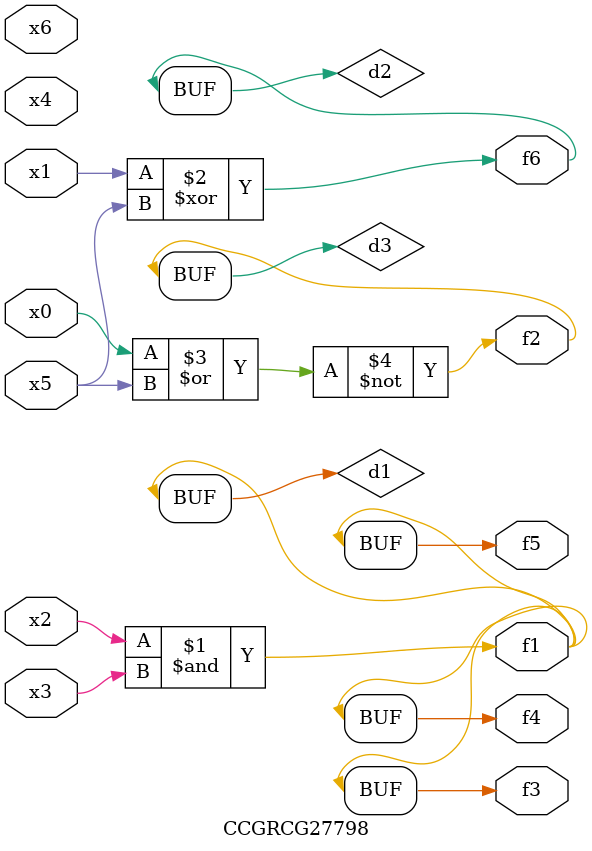
<source format=v>
module CCGRCG27798(
	input x0, x1, x2, x3, x4, x5, x6,
	output f1, f2, f3, f4, f5, f6
);

	wire d1, d2, d3;

	and (d1, x2, x3);
	xor (d2, x1, x5);
	nor (d3, x0, x5);
	assign f1 = d1;
	assign f2 = d3;
	assign f3 = d1;
	assign f4 = d1;
	assign f5 = d1;
	assign f6 = d2;
endmodule

</source>
